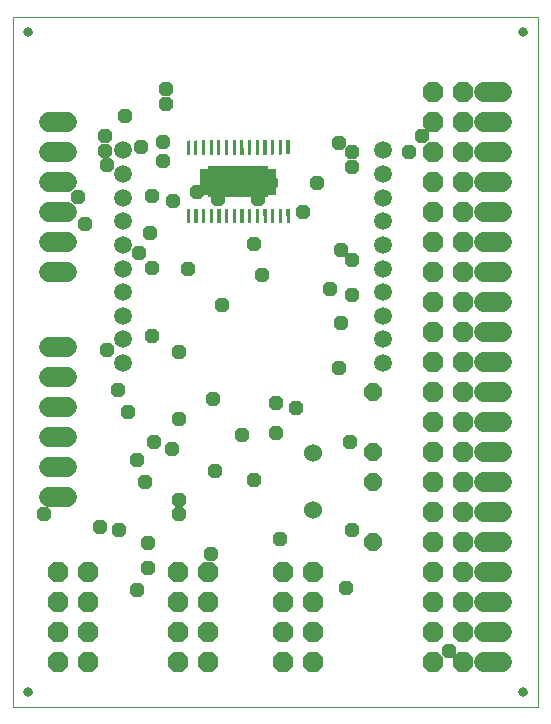
<source format=gbs>
G75*
G70*
%OFA0B0*%
%FSLAX24Y24*%
%IPPOS*%
%LPD*%
%AMOC8*
5,1,8,0,0,1.08239X$1,22.5*
%
%ADD10C,0.0000*%
%ADD11C,0.0316*%
%ADD12C,0.0600*%
%ADD13OC8,0.0600*%
%ADD14C,0.0595*%
%ADD15R,0.0106X0.0472*%
%ADD16R,0.2000X0.1024*%
%ADD17R,0.2512X0.0866*%
%ADD18C,0.0680*%
%ADD19OC8,0.0680*%
%ADD20OC8,0.0480*%
D10*
X000150Y000150D02*
X000150Y023150D01*
X017650Y023150D01*
X017650Y000150D01*
X000150Y000150D01*
X000532Y000650D02*
X000534Y000671D01*
X000540Y000691D01*
X000549Y000711D01*
X000561Y000728D01*
X000576Y000742D01*
X000594Y000754D01*
X000614Y000762D01*
X000634Y000767D01*
X000655Y000768D01*
X000676Y000765D01*
X000696Y000759D01*
X000715Y000748D01*
X000732Y000735D01*
X000745Y000719D01*
X000756Y000701D01*
X000764Y000681D01*
X000768Y000661D01*
X000768Y000639D01*
X000764Y000619D01*
X000756Y000599D01*
X000745Y000581D01*
X000732Y000565D01*
X000715Y000552D01*
X000696Y000541D01*
X000676Y000535D01*
X000655Y000532D01*
X000634Y000533D01*
X000614Y000538D01*
X000594Y000546D01*
X000576Y000558D01*
X000561Y000572D01*
X000549Y000589D01*
X000540Y000609D01*
X000534Y000629D01*
X000532Y000650D01*
X017032Y000650D02*
X017034Y000671D01*
X017040Y000691D01*
X017049Y000711D01*
X017061Y000728D01*
X017076Y000742D01*
X017094Y000754D01*
X017114Y000762D01*
X017134Y000767D01*
X017155Y000768D01*
X017176Y000765D01*
X017196Y000759D01*
X017215Y000748D01*
X017232Y000735D01*
X017245Y000719D01*
X017256Y000701D01*
X017264Y000681D01*
X017268Y000661D01*
X017268Y000639D01*
X017264Y000619D01*
X017256Y000599D01*
X017245Y000581D01*
X017232Y000565D01*
X017215Y000552D01*
X017196Y000541D01*
X017176Y000535D01*
X017155Y000532D01*
X017134Y000533D01*
X017114Y000538D01*
X017094Y000546D01*
X017076Y000558D01*
X017061Y000572D01*
X017049Y000589D01*
X017040Y000609D01*
X017034Y000629D01*
X017032Y000650D01*
X017032Y022650D02*
X017034Y022671D01*
X017040Y022691D01*
X017049Y022711D01*
X017061Y022728D01*
X017076Y022742D01*
X017094Y022754D01*
X017114Y022762D01*
X017134Y022767D01*
X017155Y022768D01*
X017176Y022765D01*
X017196Y022759D01*
X017215Y022748D01*
X017232Y022735D01*
X017245Y022719D01*
X017256Y022701D01*
X017264Y022681D01*
X017268Y022661D01*
X017268Y022639D01*
X017264Y022619D01*
X017256Y022599D01*
X017245Y022581D01*
X017232Y022565D01*
X017215Y022552D01*
X017196Y022541D01*
X017176Y022535D01*
X017155Y022532D01*
X017134Y022533D01*
X017114Y022538D01*
X017094Y022546D01*
X017076Y022558D01*
X017061Y022572D01*
X017049Y022589D01*
X017040Y022609D01*
X017034Y022629D01*
X017032Y022650D01*
X000532Y022650D02*
X000534Y022671D01*
X000540Y022691D01*
X000549Y022711D01*
X000561Y022728D01*
X000576Y022742D01*
X000594Y022754D01*
X000614Y022762D01*
X000634Y022767D01*
X000655Y022768D01*
X000676Y022765D01*
X000696Y022759D01*
X000715Y022748D01*
X000732Y022735D01*
X000745Y022719D01*
X000756Y022701D01*
X000764Y022681D01*
X000768Y022661D01*
X000768Y022639D01*
X000764Y022619D01*
X000756Y022599D01*
X000745Y022581D01*
X000732Y022565D01*
X000715Y022552D01*
X000696Y022541D01*
X000676Y022535D01*
X000655Y022532D01*
X000634Y022533D01*
X000614Y022538D01*
X000594Y022546D01*
X000576Y022558D01*
X000561Y022572D01*
X000549Y022589D01*
X000540Y022609D01*
X000534Y022629D01*
X000532Y022650D01*
D11*
X000650Y022650D03*
X017150Y022650D03*
X017150Y000650D03*
X000650Y000650D03*
D12*
X010150Y006700D03*
X010150Y008600D03*
D13*
X012150Y008650D03*
X012150Y007650D03*
X012150Y005650D03*
X012150Y010650D03*
D14*
X012481Y011607D03*
X012481Y012394D03*
X012481Y013181D03*
X012481Y013969D03*
X012481Y014756D03*
X012481Y015544D03*
X012481Y016331D03*
X012481Y017119D03*
X012481Y017906D03*
X012481Y018693D03*
X003819Y018693D03*
X003819Y017906D03*
X003819Y017119D03*
X003819Y016331D03*
X003819Y015544D03*
X003819Y014756D03*
X003819Y013969D03*
X003819Y013181D03*
X003819Y012394D03*
X003819Y011607D03*
D15*
G36*
X005936Y016740D02*
X006041Y016741D01*
X006042Y016270D01*
X005937Y016269D01*
X005936Y016740D01*
G37*
G36*
X006192Y016741D02*
X006297Y016742D01*
X006298Y016271D01*
X006193Y016270D01*
X006192Y016741D01*
G37*
G36*
X006192Y016741D02*
X006297Y016742D01*
X006298Y016271D01*
X006193Y016270D01*
X006192Y016741D01*
G37*
G36*
X006447Y016741D02*
X006552Y016742D01*
X006553Y016271D01*
X006448Y016270D01*
X006447Y016741D01*
G37*
G36*
X006447Y016741D02*
X006552Y016742D01*
X006553Y016271D01*
X006448Y016270D01*
X006447Y016741D01*
G37*
G36*
X006703Y016742D02*
X006808Y016743D01*
X006809Y016272D01*
X006704Y016271D01*
X006703Y016742D01*
G37*
G36*
X006703Y016742D02*
X006808Y016743D01*
X006809Y016272D01*
X006704Y016271D01*
X006703Y016742D01*
G37*
G36*
X006959Y016742D02*
X007064Y016743D01*
X007065Y016272D01*
X006960Y016271D01*
X006959Y016742D01*
G37*
G36*
X006959Y016742D02*
X007064Y016743D01*
X007065Y016272D01*
X006960Y016271D01*
X006959Y016742D01*
G37*
G36*
X007215Y016743D02*
X007320Y016744D01*
X007321Y016273D01*
X007216Y016272D01*
X007215Y016743D01*
G37*
G36*
X007215Y016743D02*
X007320Y016744D01*
X007321Y016273D01*
X007216Y016272D01*
X007215Y016743D01*
G37*
G36*
X007471Y016743D02*
X007576Y016744D01*
X007577Y016273D01*
X007472Y016272D01*
X007471Y016743D01*
G37*
G36*
X007471Y016743D02*
X007576Y016744D01*
X007577Y016273D01*
X007472Y016272D01*
X007471Y016743D01*
G37*
G36*
X007727Y016743D02*
X007832Y016744D01*
X007833Y016273D01*
X007728Y016272D01*
X007727Y016743D01*
G37*
G36*
X007727Y016743D02*
X007832Y016744D01*
X007833Y016273D01*
X007728Y016272D01*
X007727Y016743D01*
G37*
G36*
X007983Y016744D02*
X008088Y016745D01*
X008089Y016274D01*
X007984Y016273D01*
X007983Y016744D01*
G37*
G36*
X007983Y016744D02*
X008088Y016745D01*
X008089Y016274D01*
X007984Y016273D01*
X007983Y016744D01*
G37*
G36*
X008239Y016744D02*
X008344Y016745D01*
X008345Y016274D01*
X008240Y016273D01*
X008239Y016744D01*
G37*
G36*
X008239Y016744D02*
X008344Y016745D01*
X008345Y016274D01*
X008240Y016273D01*
X008239Y016744D01*
G37*
G36*
X008495Y016745D02*
X008600Y016746D01*
X008601Y016275D01*
X008496Y016274D01*
X008495Y016745D01*
G37*
G36*
X008495Y016745D02*
X008600Y016746D01*
X008601Y016275D01*
X008496Y016274D01*
X008495Y016745D01*
G37*
G36*
X008751Y016745D02*
X008856Y016746D01*
X008857Y016275D01*
X008752Y016274D01*
X008751Y016745D01*
G37*
G36*
X008751Y016745D02*
X008856Y016746D01*
X008857Y016275D01*
X008752Y016274D01*
X008751Y016745D01*
G37*
G36*
X009006Y016746D02*
X009111Y016747D01*
X009112Y016276D01*
X009007Y016275D01*
X009006Y016746D01*
G37*
G36*
X009006Y016746D02*
X009111Y016747D01*
X009112Y016276D01*
X009007Y016275D01*
X009006Y016746D01*
G37*
G36*
X009262Y016746D02*
X009367Y016747D01*
X009368Y016276D01*
X009263Y016275D01*
X009262Y016746D01*
G37*
G36*
X009364Y018560D02*
X009259Y018559D01*
X009258Y019030D01*
X009363Y019031D01*
X009364Y018560D01*
G37*
G36*
X009108Y018559D02*
X009003Y018558D01*
X009002Y019029D01*
X009107Y019030D01*
X009108Y018559D01*
G37*
G36*
X009108Y018559D02*
X009003Y018558D01*
X009002Y019029D01*
X009107Y019030D01*
X009108Y018559D01*
G37*
G36*
X008853Y018559D02*
X008748Y018558D01*
X008747Y019029D01*
X008852Y019030D01*
X008853Y018559D01*
G37*
G36*
X008853Y018559D02*
X008748Y018558D01*
X008747Y019029D01*
X008852Y019030D01*
X008853Y018559D01*
G37*
G36*
X008597Y018558D02*
X008492Y018557D01*
X008491Y019028D01*
X008596Y019029D01*
X008597Y018558D01*
G37*
G36*
X008597Y018558D02*
X008492Y018557D01*
X008491Y019028D01*
X008596Y019029D01*
X008597Y018558D01*
G37*
G36*
X008341Y018558D02*
X008236Y018557D01*
X008235Y019028D01*
X008340Y019029D01*
X008341Y018558D01*
G37*
G36*
X008341Y018558D02*
X008236Y018557D01*
X008235Y019028D01*
X008340Y019029D01*
X008341Y018558D01*
G37*
G36*
X008085Y018557D02*
X007980Y018556D01*
X007979Y019027D01*
X008084Y019028D01*
X008085Y018557D01*
G37*
G36*
X008085Y018557D02*
X007980Y018556D01*
X007979Y019027D01*
X008084Y019028D01*
X008085Y018557D01*
G37*
G36*
X007829Y018557D02*
X007724Y018556D01*
X007723Y019027D01*
X007828Y019028D01*
X007829Y018557D01*
G37*
G36*
X007829Y018557D02*
X007724Y018556D01*
X007723Y019027D01*
X007828Y019028D01*
X007829Y018557D01*
G37*
G36*
X007573Y018557D02*
X007468Y018556D01*
X007467Y019027D01*
X007572Y019028D01*
X007573Y018557D01*
G37*
G36*
X007573Y018557D02*
X007468Y018556D01*
X007467Y019027D01*
X007572Y019028D01*
X007573Y018557D01*
G37*
G36*
X007317Y018556D02*
X007212Y018555D01*
X007211Y019026D01*
X007316Y019027D01*
X007317Y018556D01*
G37*
G36*
X007317Y018556D02*
X007212Y018555D01*
X007211Y019026D01*
X007316Y019027D01*
X007317Y018556D01*
G37*
G36*
X007061Y018556D02*
X006956Y018555D01*
X006955Y019026D01*
X007060Y019027D01*
X007061Y018556D01*
G37*
G36*
X007061Y018556D02*
X006956Y018555D01*
X006955Y019026D01*
X007060Y019027D01*
X007061Y018556D01*
G37*
G36*
X006805Y018555D02*
X006700Y018554D01*
X006699Y019025D01*
X006804Y019026D01*
X006805Y018555D01*
G37*
G36*
X006805Y018555D02*
X006700Y018554D01*
X006699Y019025D01*
X006804Y019026D01*
X006805Y018555D01*
G37*
G36*
X006549Y018555D02*
X006444Y018554D01*
X006443Y019025D01*
X006548Y019026D01*
X006549Y018555D01*
G37*
G36*
X006549Y018555D02*
X006444Y018554D01*
X006443Y019025D01*
X006548Y019026D01*
X006549Y018555D01*
G37*
G36*
X006294Y018554D02*
X006189Y018553D01*
X006188Y019024D01*
X006293Y019025D01*
X006294Y018554D01*
G37*
G36*
X006294Y018554D02*
X006189Y018553D01*
X006188Y019024D01*
X006293Y019025D01*
X006294Y018554D01*
G37*
G36*
X006038Y018554D02*
X005933Y018553D01*
X005932Y019024D01*
X006037Y019025D01*
X006038Y018554D01*
G37*
D16*
G36*
X008650Y017140D02*
X006651Y017137D01*
X006650Y018160D01*
X008649Y018163D01*
X008650Y017140D01*
G37*
D17*
G36*
X008906Y017220D02*
X006395Y017215D01*
X006394Y018080D01*
X008905Y018085D01*
X008906Y017220D01*
G37*
D18*
X015850Y017650D02*
X016450Y017650D01*
X016450Y016650D02*
X015850Y016650D01*
X015850Y015650D02*
X016450Y015650D01*
X016450Y014650D02*
X015850Y014650D01*
X015850Y013650D02*
X016450Y013650D01*
X016450Y012650D02*
X015850Y012650D01*
X015850Y011650D02*
X016450Y011650D01*
X016450Y010650D02*
X015850Y010650D01*
X015850Y009650D02*
X016450Y009650D01*
X016450Y008650D02*
X015850Y008650D01*
X015850Y007650D02*
X016450Y007650D01*
X016450Y006650D02*
X015850Y006650D01*
X015850Y005650D02*
X016450Y005650D01*
X016450Y004650D02*
X015850Y004650D01*
X015850Y003650D02*
X016450Y003650D01*
X016450Y002650D02*
X015850Y002650D01*
X015850Y001650D02*
X016450Y001650D01*
X016450Y018650D02*
X015850Y018650D01*
X015850Y019650D02*
X016450Y019650D01*
X016450Y020650D02*
X015850Y020650D01*
X001950Y019650D02*
X001350Y019650D01*
X001350Y018650D02*
X001950Y018650D01*
X001950Y017650D02*
X001350Y017650D01*
X001350Y016650D02*
X001950Y016650D01*
X001950Y015650D02*
X001350Y015650D01*
X001350Y014650D02*
X001950Y014650D01*
X001950Y012150D02*
X001350Y012150D01*
X001350Y011150D02*
X001950Y011150D01*
X001950Y010150D02*
X001350Y010150D01*
X001350Y009150D02*
X001950Y009150D01*
X001950Y008150D02*
X001350Y008150D01*
X001350Y007150D02*
X001950Y007150D01*
D19*
X001650Y004650D03*
X001650Y003650D03*
X001650Y002650D03*
X001650Y001650D03*
X002650Y001650D03*
X002650Y002650D03*
X002650Y003650D03*
X002650Y004650D03*
X005650Y004650D03*
X005650Y003650D03*
X005650Y002650D03*
X005650Y001650D03*
X006650Y001650D03*
X006650Y002650D03*
X006650Y003650D03*
X006650Y004650D03*
X009150Y004650D03*
X009150Y003650D03*
X009150Y002650D03*
X009150Y001650D03*
X010150Y001650D03*
X010150Y002650D03*
X010150Y003650D03*
X010150Y004650D03*
X014150Y004650D03*
X014150Y003650D03*
X014150Y002650D03*
X014150Y001650D03*
X015150Y001650D03*
X015150Y002650D03*
X015150Y003650D03*
X015150Y004650D03*
X015150Y005650D03*
X015150Y006650D03*
X015150Y007650D03*
X015150Y008650D03*
X015150Y009650D03*
X015150Y010650D03*
X015150Y011650D03*
X015150Y012650D03*
X015150Y013650D03*
X015150Y014650D03*
X015150Y015650D03*
X015150Y016650D03*
X015150Y017650D03*
X015150Y018650D03*
X015150Y019650D03*
X015150Y020650D03*
X014150Y020650D03*
X014150Y019650D03*
X014150Y018650D03*
X014150Y017650D03*
X014150Y016650D03*
X014150Y015650D03*
X014150Y014650D03*
X014150Y013650D03*
X014150Y012650D03*
X014150Y011650D03*
X014150Y010650D03*
X014150Y009650D03*
X014150Y008650D03*
X014150Y007650D03*
X014150Y006650D03*
X014150Y005650D03*
D20*
X011430Y006030D03*
X011250Y004110D03*
X009030Y005730D03*
X008190Y007710D03*
X007770Y009210D03*
X006870Y008010D03*
X005670Y007050D03*
X005670Y006570D03*
X004650Y005610D03*
X004650Y004770D03*
X004290Y004050D03*
X003690Y006030D03*
X003030Y006150D03*
X004530Y007650D03*
X004290Y008370D03*
X004830Y008970D03*
X005430Y008730D03*
X005670Y009750D03*
X006810Y010410D03*
X005670Y011970D03*
X004770Y012510D03*
X003270Y012030D03*
X003630Y010710D03*
X003990Y009990D03*
X001170Y006570D03*
X006750Y005250D03*
X008910Y009270D03*
X009570Y010110D03*
X008910Y010290D03*
X011010Y011430D03*
X011070Y012930D03*
X011430Y013890D03*
X010710Y014070D03*
X011430Y015030D03*
X011070Y015390D03*
X009810Y016650D03*
X010290Y017610D03*
X011010Y018930D03*
X011430Y018630D03*
X011430Y018150D03*
X013350Y018630D03*
X013770Y019170D03*
X008730Y017610D03*
X008310Y017070D03*
X007410Y017430D03*
X006990Y017070D03*
X006270Y017310D03*
X005490Y017010D03*
X004770Y017190D03*
X005130Y018330D03*
X005130Y018990D03*
X004410Y018810D03*
X003870Y019830D03*
X003210Y019170D03*
X003210Y018690D03*
X003270Y018210D03*
X002310Y017130D03*
X002550Y016230D03*
X004350Y015270D03*
X004770Y014790D03*
X004710Y015930D03*
X005970Y014730D03*
X007110Y013530D03*
X008430Y014550D03*
X008190Y015570D03*
X005250Y020250D03*
X005250Y020730D03*
X011370Y008970D03*
X014670Y002010D03*
M02*

</source>
